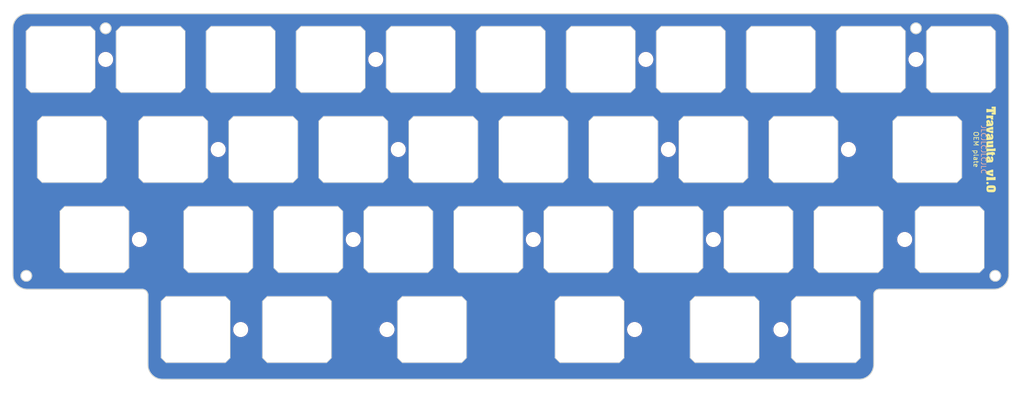
<source format=kicad_pcb>
(kicad_pcb (version 20221018) (generator pcbnew)
  (layers (0 "F.Cu" signal) (31 "B.Cu" signal) (34 "B.Paste" user) (35 "F.Paste" user) (36 "B.SilkS" user "B.Silkscreen") (37 "F.SilkS" user "F.Silkscreen") (38 "B.Mask" user) (39 "F.Mask" user) (44 "Edge.Cuts" user))
  (net 0 "")
  (net 1 "GND")
  (footprint "cipulot_parts:ecs_plate_cut_1U" (layer "F.Cu") (at 215.9 114.3)
    (fp_text reference "REF**")
    (fp_text value "Value " hide)
    (fp_line (start -7.3 -6) (end -7.3 6) (stroke (width 0.12)) (layer "Edge.Cuts"))
    (fp_line (start -7.3 6) (end -6.3 7) (stroke (width 0.12)) (layer "Edge.Cuts"))
    (fp_line (start -6.3 -7) (end -7.3 -6) (stroke (width 0.12)) (layer "Edge.Cuts"))
    (fp_line (start -6.3 7) (end 6.3 7) (stroke (width 0.12)) (layer "Edge.Cuts"))
    (fp_line (start 6.3 -7) (end -6.3 -7) (stroke (width 0.12)) (layer "Edge.Cuts"))
    (fp_line (start 6.3 -7) (end 7.3 -6) (stroke (width 0.12)) (layer "Edge.Cuts"))
    (fp_line (start 6.3 7) (end 7.3 6) (stroke (width 0.12)) (layer "Edge.Cuts"))
    (fp_line (start 7.3 6) (end 7.3 -6) (stroke (width 0.12)) (layer "Edge.Cuts"))
  )
  (footprint "cipulot_parts:HOLE_M2" (layer "F.Cu") (at 115.8875 95.25)
    (fp_text reference "H5" hide)
    (fp_text value "MountingHole" hide)
    (pad "" np_thru_hole circle (at 0 0) (size 2.2 2.2) (drill 2.2) (layers "*.Cu" "*.Mask" "F.SilkS") (clearance 0.5))
  )
  (footprint "cipulot_parts:ecs_plate_cut_1U" (layer "F.Cu") (at 220.6625 95.25)
    (fp_text reference "REF**")
    (fp_text value "Value " hide)
    (fp_line (start -7.3 -6) (end -7.3 6) (stroke (width 0.12)) (layer "Edge.Cuts"))
    (fp_line (start -7.3 6) (end -6.3 7) (stroke (width 0.12)) (layer "Edge.Cuts"))
    (fp_line (start -6.3 -7) (end -7.3 -6) (stroke (width 0.12)) (layer "Edge.Cuts"))
    (fp_line (start -6.3 7) (end 6.3 7) (stroke (width 0.12)) (layer "Edge.Cuts"))
    (fp_line (start 6.3 -7) (end -6.3 -7) (stroke (width 0.12)) (layer "Edge.Cuts"))
    (fp_line (start 6.3 -7) (end 7.3 -6) (stroke (width 0.12)) (layer "Edge.Cuts"))
    (fp_line (start 6.3 7) (end 7.3 6) (stroke (width 0.12)) (layer "Edge.Cuts"))
    (fp_line (start 7.3 6) (end 7.3 -6) (stroke (width 0.12)) (layer "Edge.Cuts"))
  )
  (footprint "cipulot_parts:ecs_plate_cut_1U" (layer "F.Cu") (at 132.555 114.3)
    (fp_text reference "REF**")
    (fp_text value "Value " hide)
    (fp_line (start -7.3 -6) (end -7.3 6) (stroke (width 0.12)) (layer "Edge.Cuts"))
    (fp_line (start -7.3 6) (end -6.3 7) (stroke (width 0.12)) (layer "Edge.Cuts"))
    (fp_line (start -6.3 -7) (end -7.3 -6) (stroke (width 0.12)) (layer "Edge.Cuts"))
    (fp_line (start -6.3 7) (end 6.3 7) (stroke (width 0.12)) (layer "Edge.Cuts"))
    (fp_line (start 6.3 -7) (end -6.3 -7) (stroke (width 0.12)) (layer "Edge.Cuts"))
    (fp_line (start 6.3 -7) (end 7.3 -6) (stroke (width 0.12)) (layer "Edge.Cuts"))
    (fp_line (start 6.3 7) (end 7.3 6) (stroke (width 0.12)) (layer "Edge.Cuts"))
    (fp_line (start 7.3 6) (end 7.3 -6) (stroke (width 0.12)) (layer "Edge.Cuts"))
  )
  (footprint "cipulot_parts:ecs_plate_cut_1U" (layer "F.Cu") (at 173.0375 76.2)
    (fp_text reference "REF**")
    (fp_text value "Value " hide)
    (fp_line (start -7.3 -6) (end -7.3 6) (stroke (width 0.12)) (layer "Edge.Cuts"))
    (fp_line (start -7.3 6) (end -6.3 7) (stroke (width 0.12)) (layer "Edge.Cuts"))
    (fp_line (start -6.3 -7) (end -7.3 -6) (stroke (width 0.12)) (layer "Edge.Cuts"))
    (fp_line (start -6.3 7) (end 6.3 7) (stroke (width 0.12)) (layer "Edge.Cuts"))
    (fp_line (start 6.3 -7) (end -6.3 -7) (stroke (width 0.12)) (layer "Edge.Cuts"))
    (fp_line (start 6.3 -7) (end 7.3 -6) (stroke (width 0.12)) (layer "Edge.Cuts"))
    (fp_line (start 6.3 7) (end 7.3 6) (stroke (width 0.12)) (layer "Edge.Cuts"))
    (fp_line (start 7.3 6) (end 7.3 -6) (stroke (width 0.12)) (layer "Edge.Cuts"))
  )
  (footprint "cipulot_parts:ecs_plate_cut_1U" (layer "F.Cu") (at 103.98 114.3)
    (fp_text reference "REF**")
    (fp_text value "Value " hide)
    (fp_line (start -7.3 -6) (end -7.3 6) (stroke (width 0.12)) (layer "Edge.Cuts"))
    (fp_line (start -7.3 6) (end -6.3 7) (stroke (width 0.12)) (layer "Edge.Cuts"))
    (fp_line (start -6.3 -7) (end -7.3 -6) (stroke (width 0.12)) (layer "Edge.Cuts"))
    (fp_line (start -6.3 7) (end 6.3 7) (stroke (width 0.12)) (layer "Edge.Cuts"))
    (fp_line (start 6.3 -7) (end -6.3 -7) (stroke (width 0.12)) (layer "Edge.Cuts"))
    (fp_line (start 6.3 -7) (end 7.3 -6) (stroke (width 0.12)) (layer "Edge.Cuts"))
    (fp_line (start 6.3 7) (end 7.3 6) (stroke (width 0.12)) (layer "Edge.Cuts"))
    (fp_line (start 7.3 6) (end 7.3 -6) (stroke (width 0.12)) (layer "Edge.Cuts"))
  )
  (footprint "cipulot_parts:ecs_plate_cut_1U" (layer "F.Cu") (at 115.8875 76.2)
    (fp_text reference "REF**")
    (fp_text value "Value " hide)
    (fp_line (start -7.3 -6) (end -7.3 6) (stroke (width 0.12)) (layer "Edge.Cuts"))
    (fp_line (start -7.3 6) (end -6.3 7) (stroke (width 0.12)) (layer "Edge.Cuts"))
    (fp_line (start -6.3 -7) (end -7.3 -6) (stroke (width 0.12)) (layer "Edge.Cuts"))
    (fp_line (start -6.3 7) (end 6.3 7) (stroke (width 0.12)) (layer "Edge.Cuts"))
    (fp_line (start 6.3 -7) (end -6.3 -7) (stroke (width 0.12)) (layer "Edge.Cuts"))
    (fp_line (start 6.3 -7) (end 7.3 -6) (stroke (width 0.12)) (layer "Edge.Cuts"))
    (fp_line (start 6.3 7) (end 7.3 6) (stroke (width 0.12)) (layer "Edge.Cuts"))
    (fp_line (start 7.3 6) (end 7.3 -6) (stroke (width 0.12)) (layer "Edge.Cuts"))
  )
  (footprint "cipulot_parts:ecs_plate_cut_1U" (layer "F.Cu") (at 82.55 114.3)
    (fp_text reference "REF**")
    (fp_text value "Value " hide)
    (fp_line (start -7.3 -6) (end -7.3 6) (stroke (width 0.12)) (layer "Edge.Cuts"))
    (fp_line (start -7.3 6) (end -6.3 7) (stroke (width 0.12)) (layer "Edge.Cuts"))
    (fp_line (start -6.3 -7) (end -7.3 -6) (stroke (width 0.12)) (layer "Edge.Cuts"))
    (fp_line (start -6.3 7) (end 6.3 7) (stroke (width 0.12)) (layer "Edge.Cuts"))
    (fp_line (start 6.3 -7) (end -6.3 -7) (stroke (width 0.12)) (layer "Edge.Cuts"))
    (fp_line (start 6.3 -7) (end 7.3 -6) (stroke (width 0.12)) (layer "Edge.Cuts"))
    (fp_line (start 6.3 7) (end 7.3 6) (stroke (width 0.12)) (layer "Edge.Cuts"))
    (fp_line (start 7.3 6) (end 7.3 -6) (stroke (width 0.12)) (layer "Edge.Cuts"))
  )
  (footprint "cipulot_parts:ecs_plate_cut_1U" (layer "F.Cu") (at 56.358 76.2)
    (fp_text reference "REF**")
    (fp_text value "Value " hide)
    (fp_line (start -7.3 -6) (end -7.3 6) (stroke (width 0.12)) (layer "Edge.Cuts"))
    (fp_line (start -7.3 6) (end -6.3 7) (stroke (width 0.12)) (layer "Edge.Cuts"))
    (fp_line (start -6.3 -7) (end -7.3 -6) (stroke (width 0.12)) (layer "Edge.Cuts"))
    (fp_line (start -6.3 7) (end 6.3 7) (stroke (width 0.12)) (layer "Edge.Cuts"))
    (fp_line (start 6.3 -7) (end -6.3 -7) (stroke (width 0.12)) (layer "Edge.Cuts"))
    (fp_line (start 6.3 -7) (end 7.3 -6) (stroke (width 0.12)) (layer "Edge.Cuts"))
    (fp_line (start 6.3 7) (end 7.3 6) (stroke (width 0.12)) (layer "Edge.Cuts"))
    (fp_line (start 7.3 6) (end 7.3 -6) (stroke (width 0.12)) (layer "Edge.Cuts"))
  )
  (footprint "cipulot_parts:ecs_plate_cut_1U" (layer "F.Cu") (at 77.7875 76.2)
    (fp_text reference "REF**")
    (fp_text value "Value " hide)
    (fp_line (start -7.3 -6) (end -7.3 6) (stroke (width 0.12)) (layer "Edge.Cuts"))
    (fp_line (start -7.3 6) (end -6.3 7) (stroke (width 0.12)) (layer "Edge.Cuts"))
    (fp_line (start -6.3 -7) (end -7.3 -6) (stroke (width 0.12)) (layer "Edge.Cuts"))
    (fp_line (start -6.3 7) (end 6.3 7) (stroke (width 0.12)) (layer "Edge.Cuts"))
    (fp_line (start 6.3 -7) (end -6.3 -7) (stroke (width 0.12)) (layer "Edge.Cuts"))
    (fp_line (start 6.3 -7) (end 7.3 -6) (stroke (width 0.12)) (layer "Edge.Cuts"))
    (fp_line (start 6.3 7) (end 7.3 6) (stroke (width 0.12)) (layer "Edge.Cuts"))
    (fp_line (start 7.3 6) (end 7.3 -6) (stroke (width 0.12)) (layer "Edge.Cuts"))
  )
  (footprint "cipulot_parts:ecs_plate_cut_1U" (layer "F.Cu") (at 237.33 76.2)
    (fp_text reference "REF**")
    (fp_text value "Value " hide)
    (fp_line (start -7.3 -6) (end -7.3 6) (stroke (width 0.12)) (layer "Edge.Cuts"))
    (fp_line (start -7.3 6) (end -6.3 7) (stroke (width 0.12)) (layer "Edge.Cuts"))
    (fp_line (start -6.3 -7) (end -7.3 -6) (stroke (width 0.12)) (layer "Edge.Cuts"))
    (fp_line (start -6.3 7) (end 6.3 7) (stroke (width 0.12)) (layer "Edge.Cuts"))
    (fp_line (start 6.3 -7) (end -6.3 -7) (stroke (width 0.12)) (layer "Edge.Cuts"))
    (fp_line (start 6.3 -7) (end 7.3 -6) (stroke (width 0.12)) (layer "Edge.Cuts"))
    (fp_line (start 6.3 7) (end 7.3 6) (stroke (width 0.12)) (layer "Edge.Cuts"))
    (fp_line (start 7.3 6) (end 7.3 -6) (stroke (width 0.12)) (layer "Edge.Cuts"))
  )
  (footprint "cipulot_parts:ecs_plate_cut_1U" (layer "F.Cu") (at 130.175 57.15)
    (fp_text reference "REF**")
    (fp_text value "Value " hide)
    (fp_line (start -7.3 -6) (end -7.3 6) (stroke (width 0.12)) (layer "Edge.Cuts"))
    (fp_line (start -7.3 6) (end -6.3 7) (stroke (width 0.12)) (layer "Edge.Cuts"))
    (fp_line (start -6.3 -7) (end -7.3 -6) (stroke (width 0.12)) (layer "Edge.Cuts"))
    (fp_line (start -6.3 7) (end 6.3 7) (stroke (width 0.12)) (layer "Edge.Cuts"))
    (fp_line (start 6.3 -7) (end -6.3 -7) (stroke (width 0.12)) (layer "Edge.Cuts"))
    (fp_line (start 6.3 -7) (end 7.3 -6) (stroke (width 0.12)) (layer "Edge.Cuts"))
    (fp_line (start 6.3 7) (end 7.3 6) (stroke (width 0.12)) (layer "Edge.Cuts"))
    (fp_line (start 7.3 6) (end 7.3 -6) (stroke (width 0.12)) (layer "Edge.Cuts"))
  )
  (footprint "cipulot_parts:ecs_plate_cut_1U" (layer "F.Cu") (at 165.892 114.3)
    (fp_text reference "REF**")
    (fp_text value "Value " hide)
    (fp_line (start -7.3 -6) (end -7.3 6) (stroke (width 0.12)) (layer "Edge.Cuts"))
    (fp_line (start -7.3 6) (end -6.3 7) (stroke (width 0.12)) (layer "Edge.Cuts"))
    (fp_line (start -6.3 -7) (end -7.3 -6) (stroke (width 0.12)) (layer "Edge.Cuts"))
    (fp_line (start -6.3 7) (end 6.3 7) (stroke (width 0.12)) (layer "Edge.Cuts"))
    (fp_line (start 6.3 -7) (end -6.3 -7) (stroke (width 0.12)) (layer "Edge.Cuts"))
    (fp_line (start 6.3 -7) (end 7.3 -6) (stroke (width 0.12)) (layer "Edge.Cuts"))
    (fp_line (start 6.3 7) (end 7.3 6) (stroke (width 0.12)) (layer "Edge.Cuts"))
    (fp_line (start 7.3 6) (end 7.3 -6) (stroke (width 0.12)) (layer "Edge.Cuts"))
  )
  (footprint "" (layer "F.Cu") (at 175.41875 114.3)
    (fp_text reference "" (at 0 0) (layer "F.SilkS") (effects (font (size 1.27 1.27))))
    (fp_text value "" (at 0 0) (layer "F.SilkS") (effects (font (size 1.27 1.27))))
    (pad "" np_thru_hole circle (at 0 0) (size 2.2 2.2) (drill 2.2) (layers "*.Cu" "*.Mask" "F.SilkS") (clearance 0.5))
  )
  (footprint "cipulot_parts:ecs_plate_cut_1U" (layer "F.Cu") (at 201.6125 95.25)
    (fp_text reference "REF**")
    (fp_text value "Value " hide)
    (fp_line (start -7.3 -6) (end -7.3 6) (stroke (width 0.12)) (layer "Edge.Cuts"))
    (fp_line (start -7.3 6) (end -6.3 7) (stroke (width 0.12)) (layer "Edge.Cuts"))
    (fp_line (start -6.3 -7) (end -7.3 -6) (stroke (width 0.12)) (layer "Edge.Cuts"))
    (fp_line (start -6.3 7) (end 6.3 7) (stroke (width 0.12)) (layer "Edge.Cuts"))
    (fp_line (start 6.3 -7) (end -6.3 -7) (stroke (width 0.12)) (layer "Edge.Cuts"))
    (fp_line (start 6.3 -7) (end 7.3 -6) (stroke (width 0.12)) (layer "Edge.Cuts"))
    (fp_line (start 6.3 7) (end 7.3 6) (stroke (width 0.12)) (layer "Edge.Cuts"))
    (fp_line (start 7.3 6) (end 7.3 -6) (stroke (width 0.12)) (layer "Edge.Cuts"))
  )
  (footprint "cipulot_parts:ecs_plate_cut_1U" (layer "F.Cu") (at 225.425 57.15)
    (fp_text reference "REF**")
    (fp_text value "Value " hide)
    (fp_line (start -7.3 -6) (end -7.3 6) (stroke (width 0.12)) (layer "Edge.Cuts"))
    (fp_line (start -7.3 6) (end -6.3 7) (stroke (width 0.12)) (layer "Edge.Cuts"))
    (fp_line (start -6.3 -7) (end -7.3 -6) (stroke (width 0.12)) (layer "Edge.Cuts"))
    (fp_line (start -6.3 7) (end 6.3 7) (stroke (width 0.12)) (layer "Edge.Cuts"))
    (fp_line (start 6.3 -7) (end -6.3 -7) (stroke (width 0.12)) (layer "Edge.Cuts"))
    (fp_line (start 6.3 -7) (end 7.3 -6) (stroke (width 0.12)) (layer "Edge.Cuts"))
    (fp_line (start 6.3 7) (end 7.3 6) (stroke (width 0.12)) (layer "Edge.Cuts"))
    (fp_line (start 7.3 6) (end 7.3 -6) (stroke (width 0.12)) (layer "Edge.Cuts"))
  )
  (footprint "cipulot_parts:ecs_plate_cut_1U" (layer "F.Cu") (at 87.3125 95.25)
    (fp_text reference "REF**")
    (fp_text value "Value " hide)
    (fp_line (start -7.3 -6) (end -7.3 6) (stroke (width 0.12)) (layer "Edge.Cuts"))
    (fp_line (start -7.3 6) (end -6.3 7) (stroke (width 0.12)) (layer "Edge.Cuts"))
    (fp_line (start -6.3 -7) (end -7.3 -6) (stroke (width 0.12)) (layer "Edge.Cuts"))
    (fp_line (start -6.3 7) (end 6.3 7) (stroke (width 0.12)) (layer "Edge.Cuts"))
    (fp_line (start 6.3 -7) (end -6.3 -7) (stroke (width 0.12)) (layer "Edge.Cuts"))
    (fp_line (start 6.3 -7) (end 7.3 -6) (stroke (width 0.12)) (layer "Edge.Cuts"))
    (fp_line (start 6.3 7) (end 7.3 6) (stroke (width 0.12)) (layer "Edge.Cuts"))
    (fp_line (start 7.3 6) (end 7.3 -6) (stroke (width 0.12)) (layer "Edge.Cuts"))
  )
  (footprint "" (layer "F.Cu") (at 70.64375 95.25)
    (fp_text reference "" (at 0 0) (layer "F.SilkS") (effects (font (size 1.27 1.27))))
    (fp_text value "" (at 0 0) (layer "F.SilkS") (effects (font (size 1.27 1.27))))
    (pad "" np_thru_hole circle (at 0 0) (size 2.2 2.2) (drill 2.2) (layers "*.Cu" "*.Mask" "F.SilkS") (clearance 0.5))
  )
  (footprint "" (layer "F.Cu") (at 92.075 114.3)
    (fp_text reference "" (at 0 0) (layer "F.SilkS") (effects (font (size 1.27 1.27))))
    (fp_text value "" (at 0 0) (layer "F.SilkS") (effects (font (size 1.27 1.27))))
    (pad "" np_thru_hole circle (at 0 0) (size 2.2 2.2) (drill 2.2) (layers "*.Cu" "*.Mask" "F.SilkS") (clearance 0.5))
  )
  (footprint "" (layer "F.Cu") (at 206.375 114.3)
    (fp_text reference "" (at 0 0) (layer "F.SilkS") (effects (font (size 1.27 1.27))))
    (fp_text value "" (at 0 0) (layer "F.SilkS") (effects (font (size 1.27 1.27))))
    (pad "" np_thru_hole circle (at 0 0) (size 2.2 2.2) (drill 2.2) (layers "*.Cu" "*.Mask" "F.SilkS") (clearance 0.5))
  )
  (footprint "cipulot_parts:ecs_plate_cut_1U" (layer "F.Cu") (at 168.275 57.15)
    (fp_text reference "REF**")
    (fp_text value "Value " hide)
    (fp_line (start -7.3 -6) (end -7.3 6) (stroke (width 0.12)) (layer "Edge.Cuts"))
    (fp_line (start -7.3 6) (end -6.3 7) (stroke (width 0.12)) (layer "Edge.Cuts"))
    (fp_line (start -6.3 -7) (end -7.3 -6) (stroke (width 0.12)) (layer "Edge.Cuts"))
    (fp_line (start -6.3 7) (end 6.3 7) (stroke (width 0.12)) (layer "Edge.Cuts"))
    (fp_line (start 6.3 -7) (end -6.3 -7) (stroke (width 0.12)) (layer "Edge.Cuts"))
    (fp_line (start 6.3 -7) (end 7.3 -6) (stroke (width 0.12)) (layer "Edge.Cuts"))
    (fp_line (start 6.3 7) (end 7.3 6) (stroke (width 0.12)) (layer "Edge.Cuts"))
    (fp_line (start 7.3 6) (end 7.3 -6) (stroke (width 0.12)) (layer "Edge.Cuts"))
  )
  (footprint "cipulot_parts:ecs_plate_cut_1U" (layer "F.Cu") (at 144.4625 95.25)
    (fp_text reference "REF**")
    (fp_text value "Value " hide)
    (fp_line (start -7.3 -6) (end -7.3 6) (stroke (width 0.12)) (layer "Edge.Cuts"))
    (fp_line (start -7.3 6) (end -6.3 7) (stroke (width 0.12)) (layer "Edge.Cuts"))
    (fp_line (start -6.3 -7) (end -7.3 -6) (stroke (width 0.12)) (layer "Edge.Cuts"))
    (fp_line (start -6.3 7) (end 6.3 7) (stroke (width 0.12)) (layer "Edge.Cuts"))
    (fp_line (start 6.3 -7) (end -6.3 -7) (stroke (width 0.12)) (layer "Edge.Cuts"))
    (fp_line (start 6.3 -7) (end 7.3 -6) (stroke (width 0.12)) (layer "Edge.Cuts"))
    (fp_line (start 6.3 7) (end 7.3 6) (stroke (width 0.12)) (layer "Edge.Cuts"))
    (fp_line (start 7.3 6) (end 7.3 -6) (stroke (width 0.12)) (layer "Edge.Cuts"))
  )
  (footprint "cipulot_parts:ecs_plate_cut_1U" (layer "F.Cu") (at 125.4125 95.25)
    (fp_text reference "REF**")
    (fp_text value "Value " hide)
    (fp_line (start -7.3 -6) (end -7.3 6) (stroke (width 0.12)) (layer "Edge.Cuts"))
    (fp_line (start -7.3 6) (end -6.3 7) (stroke (width 0.12)) (layer "Edge.Cuts"))
    (fp_line (start -6.3 -7) (end -7.3 -6) (stroke (width 0.12)) (layer "Edge.Cuts"))
    (fp_line (start -6.3 7) (end 6.3 7) (stroke (width 0.12)) (layer "Edge.Cuts"))
    (fp_line (start 6.3 -7) (end -6.3 -7) (stroke (width 0.12)) (layer "Edge.Cuts"))
    (fp_line (start 6.3 -7) (end 7.3 -6) (stroke (width 0.12)) (layer "Edge.Cuts"))
    (fp_line (start 6.3 7) (end 7.3 6) (stroke (width 0.12)) (layer "Edge.Cuts"))
    (fp_line (start 7.3 6) (end 7.3 -6) (stroke (width 0.12)) (layer "Edge.Cuts"))
  )
  (footprint "cipulot_parts:ecs_plate_cut_1U" (layer "F.Cu") (at 53.975 57.15)
    (fp_text reference "REF**")
    (fp_text value "Value " hide)
    (fp_line (start -7.3 -6) (end -7.3 6) (stroke (width 0.12)) (layer "Edge.Cuts"))
    (fp_line (start -7.3 6) (end -6.3 7) (stroke (width 0.12)) (layer "Edge.Cuts"))
    (fp_line (start -6.3 -7) (end -7.3 -6) (stroke (width 0.12)) (layer "Edge.Cuts"))
    (fp_line (start -6.3 7) (end 6.3 7) (stroke (width 0.12)) (layer "Edge.Cuts"))
    (fp_line (start 6.3 -7) (end -6.3 -7) (stroke (width 0.12)) (layer "Edge.Cuts"))
    (fp_line (start 6.3 -7) (end 7.3 -6) (stroke (width 0.12)) (layer "Edge.Cuts"))
    (fp_line (start 6.3 7) (end 7.3 6) (stroke (width 0.12)) (layer "Edge.Cuts"))
    (fp_line (start 7.3 6) (end 7.3 -6) (stroke (width 0.12)) (layer "Edge.Cuts"))
  )
  (footprint "cipulot_parts:ecs_plate_cut_1U" (layer "F.Cu") (at 211.1375 76.2)
    (fp_text reference "REF**")
    (fp_text value "Value " hide)
    (fp_line (start -7.3 -6) (end -7.3 6) (stroke (width 0.12)) (layer "Edge.Cuts"))
    (fp_line (start -7.3 6) (end -6.3 7) (stroke (width 0.12)) (layer "Edge.Cuts"))
    (fp_line (start -6.3 -7) (end -7.3 -6) (stroke (width 0.12)) (layer "Edge.Cuts"))
    (fp_line (start -6.3 7) (end 6.3 7) (stroke (width 0.12)) (layer "Edge.Cuts"))
    (fp_line (start 6.3 -7) (end -6.3 -7) (stroke (width 0.12)) (layer "Edge.Cuts"))
    (fp_line (start 6.3 -7) (end 7.3 -6) (stroke (width 0.12)) (layer "Edge.Cuts"))
    (fp_line (start 6.3 7) (end 7.3 6) (stroke (width 0.12)) (layer "Edge.Cuts"))
    (fp_line (start 7.3 6) (end 7.3 -6) (stroke (width 0.12)) (layer "Edge.Cuts"))
  )
  (footprint "cipulot_parts:ecs_plate_cut_1U" (layer "F.Cu") (at 96.8375 76.2)
    (fp_text reference "REF**")
    (fp_text value "Value " hide)
    (fp_line (start -7.3 -6) (end -7.3 6) (stroke (width 0.12)) (layer "Edge.Cuts"))
    (fp_line (start -7.3 6) (end -6.3 7) (stroke (width 0.12)) (layer "Edge.Cuts"))
    (fp_line (start -6.3 -7) (end -7.3 -6) (stroke (width 0.12)) (layer "Edge.Cuts"))
    (fp_line (start -6.3 7) (end 6.3 7) (stroke (width 0.12)) (layer "Edge.Cuts"))
    (fp_line (start 6.3 -7) (end -6.3 -7) (stroke (width 0.12)) (layer "Edge.Cuts"))
    (fp_line (start 6.3 -7) (end 7.3 -6) (stroke (width 0.12)) (layer "Edge.Cuts"))
    (fp_line (start 6.3 7) (end 7.3 6) (stroke (width 0.12)) (layer "Edge.Cuts"))
    (fp_line (start 7.3 6) (end 7.3 -6) (stroke (width 0.12)) (layer "Edge.Cuts"))
  )
  (footprint "cipulot_parts:ecs_plate_cut_1U" (layer "F.Cu") (at 163.5125 95.25)
    (fp_text reference "REF**")
    (fp_text value "Value " hide)
    (fp_line (start -7.3 -6) (end -7.3 6) (stroke (width 0.12)) (layer "Edge.Cuts"))
    (fp_line (start -7.3 6) (end -6.3 7) (stroke (width 0.12)) (layer "Edge.Cuts"))
    (fp_line (start -6.3 -7) (end -7.3 -6) (stroke (width 0.12)) (layer "Edge.Cuts"))
    (fp_line (start -6.3 7) (end 6.3 7) (stroke (width 0.12)) (layer "Edge.Cuts"))
    (fp_line (start 6.3 -7) (end -6.3 -7) (stroke (width 0.12)) (layer "Edge.Cuts"))
    (fp_line (start 6.3 -7) (end 7.3 -6) (stroke (width 0.12)) (layer "Edge.Cuts"))
    (fp_line (start 6.3 7) (end 7.3 6) (stroke (width 0.12)) (layer "Edge.Cuts"))
    (fp_line (start 7.3 6) (end 7.3 -6) (stroke (width 0.12)) (layer "Edge.Cuts"))
  )
  (footprint "cipulot_parts:ecs_plate_cut_1U" (layer "F.Cu") (at 192.0875 76.2)
    (fp_text reference "REF**")
    (fp_text value "Value " hide)
    (fp_line (start -7.3 -6) (end -7.3 6) (stroke (width 0.12)) (layer "Edge.Cuts"))
    (fp_line (start -7.3 6) (end -6.3 7) (stroke (width 0.12)) (layer "Edge.Cuts"))
    (fp_line (start -6.3 -7) (end -7.3 -6) (stroke (width 0.12)) (layer "Edge.Cuts"))
    (fp_line (start -6.3 7) (end 6.3 7) (stroke (width 0.12)) (layer "Edge.Cuts"))
    (fp_line (start 6.3 -7) (end -6.3 -7) (stroke (width 0.12)) (layer "Edge.Cuts"))
    (fp_line (start 6.3 -7) (end 7.3 -6) (stroke (width 0.12)) (layer "Edge.Cuts"))
    (fp_line (start 6.3 7) (end 7.3 6) (stroke (width 0.12)) (layer "Edge.Cuts"))
    (fp_line (start 7.3 6) (end 7.3 -6) (stroke (width 0.12)) (layer "Edge.Cuts"))
  )
  (footprint "" (layer "F.Cu") (at 177.8 57.15)
    (fp_text reference "" (at 0 0) (layer "F.SilkS") (effects (font (size 1.27 1.27))))
    (fp_text value "" (at 0 0) (layer "F.SilkS") (effects (font (size 1.27 1.27))))
    (pad "" np_thru_hole circle (at 0 0) (size 2.2 2.2) (drill 2.2) (layers "*.Cu" "*.Mask" "F.SilkS") (clearance 0.5))
  )
  (footprint "cipulot_parts:ecs_plate_cut_1U" (layer "F.Cu") (at 111.125 57.15)
    (fp_text reference "REF**")
    (fp_text value "Value " hide)
    (fp_line (start -7.3 -6) (end -7.3 6) (stroke (width 0.12)) (layer "Edge.Cuts"))
    (fp_line (start -7.3 6) (end -6.3 7) (stroke (width 0.12)) (layer "Edge.Cuts"))
    (fp_line (start -6.3 -7) (end -7.3 -6) (stroke (width 0.12)) (layer "Edge.Cuts"))
    (fp_line (start -6.3 7) (end 6.3 7) (stroke (width 0.12)) (layer "Edge.Cuts"))
    (fp_line (start 6.3 -7) (end -6.3 -7) (stroke (width 0.12)) (layer "Edge.Cuts"))
    (fp_line (start 6.3 -7) (end 7.3 -6) (stroke (width 0.12)) (layer "Edge.Cuts"))
    (fp_line (start 6.3 7) (end 7.3 6) (stroke (width 0.12)) (layer "Edge.Cuts"))
    (fp_line (start 7.3 6) (end 7.3 -6) (stroke (width 0.12)) (layer "Edge.Cuts"))
  )
  (footprint "" (layer "F.Cu") (at 123.03125 114.3)
    (fp_text reference "" (at 0 0) (layer "F.SilkS") (effects (font (size 1.27 1.27))))
    (fp_text value "" (at 0 0) (layer "F.SilkS") (effects (font (size 1.27 1.27))))
    (pad "" np_thru_hole circle (at 0 0) (size 2.2 2.2) (drill 2.2) (layers "*.Cu" "*.Mask" "F.SilkS") (clearance 0.5))
  )
  (footprint "cipulot_parts:ecs_plate_cut_1U" (layer "F.Cu") (at 182.5625 95.25)
    (fp_text reference "REF**")
    (fp_text value "Value " hide)
    (fp_line (start -7.3 -6) (end -7.3 6) (stroke (width 0.12)) (layer "Edge.Cuts"))
    (fp_line (start -7.3 6) (end -6.3 7) (stroke (width 0.12)) (layer "Edge.Cuts"))
    (fp_line (start -6.3 -7) (end -7.3 -6) (stroke (width 0.12)) (layer "Edge.Cuts"))
    (fp_line (start -6.3 7) (end 6.3 7) (stroke (width 0.12)) (layer "Edge.Cuts"))
    (fp_line (start 6.3 -7) (end -6.3 -7) (stroke (width 0.12)) (layer "Edge.Cuts"))
    (fp_line (start 6.3 -7) (end 7.3 -6) (stroke (width 0.12)) (layer "Edge.Cuts"))
    (fp_line (start 6.3 7) (end 7.3 6) (stroke (width 0.12)) (layer "Edge.Cuts"))
    (fp_line (start 7.3 6) (end 7.3 -6) (stroke (width 0.12)) (layer "Edge.Cuts"))
  )
  (footprint "cipulot_parts:ecs_plate_cut_1U" (layer "F.Cu") (at 187.325 57.15)
    (fp_text reference "REF**")
    (fp_text value "Value " hide)
    (fp_line (start -7.3 -6) (end -7.3 6) (stroke (width 0.12)) (layer "Edge.Cuts"))
    (fp_line (start -7.3 6) (end -6.3 7) (stroke (width 0.12)) (layer "Edge.Cuts"))
    (fp_line (start -6.3 -7) (end -7.3 -6) (stroke (width 0.12)) (layer "Edge.Cuts"))
    (fp_line (start -6.3 7) (end 6.3 7) (stroke (width 0.12)) (layer "Edge.Cuts"))
    (fp_line (start 6.3 -7) (end -6.3 -7) (stroke (width 0.12)) (layer "Edge.Cuts"))
    (fp_line (start 6.3 -7) (end 7.3 -6) (stroke (width 0.12)) (layer "Edge.Cuts"))
    (fp_line (start 6.3 7) (end 7.3 6) (stroke (width 0.12)) (layer "Edge.Cuts"))
    (fp_line (start 7.3 6) (end 7.3 -6) (stroke (width 0.12)) (layer "Edge.Cuts"))
  )
  (footprint "" (layer "F.Cu") (at 192.0875 95.25)
    (fp_text reference "" (at 0 0) (layer "F.SilkS") (effects (font (size 1.27 1.27))))
    (fp_text value "" (at 0 0) (layer "F.SilkS") (effects (font (size 1.27 1.27))))
    (pad "" np_thru_hole circle (at 0 0) (size 2.2 2.2) (drill 2.2) (layers "*.Cu" "*.Mask" "F.SilkS") (clearance 0.5))
  )
  (footprint "" (layer "F.Cu") (at 120.65 57.15)
    (fp_text reference "" (at 0 0) (layer "F.SilkS") (effects (font (size 1.27 1.27))))
    (fp_text value "" (at 0 0) (layer "F.SilkS") (effects (font (size 1.27 1.27))))
    (pad "" np_thru_hole circle (at 0 0) (size 2.2 2.2) (drill 2.2) (layers "*.Cu" "*.Mask" "F.SilkS") (clearance 0.5))
  )
  (footprint "LOGO" (layer "F.Cu") (at 250.825 76.2 -90)
    (fp_text reference "G***" hide)
    (fp_text value "LOGO" hide)
  )
  (footprint "" (layer "F.Cu") (at 220.6625 76.2)
    (fp_text reference "" (at 0 0) (layer "F.SilkS") (effects (font (size 1.27 1.27))))
    (fp_text value "" (at 0 0) (layer "F.SilkS") (effects (font (size 1.27 1.27))))
    (pad "" np_thru_hole circle (at 0 0) (size 2.2 2.2) (drill 2.2) (layers "*.Cu" "*.Mask" "F.SilkS") (clearance 0.5))
  )
  (footprint "" (layer "F.Cu") (at 63.5 57.15)
    (fp_text reference "" (at 0 0) (layer "F.SilkS") (effects (font (size 1.27 1.27))))
    (fp_text value "" (at 0 0) (layer "F.SilkS") (effects (font (size 1.27 1.27))))
    (pad "" np_thru_hole circle (at 0 0) (size 2.2 2.2) (drill 2.2) (layers "*.Cu" "*.Mask" "F.SilkS") (clearance 0.5))
  )
  (footprint "cipulot_parts:ecs_plate_cut_1U" (layer "F.Cu") (at 194.47 114.3)
    (fp_text reference "REF**")
    (fp_text value "Value " hide)
    (fp_line (start -7.3 -6) (end -7.3 6) (stroke (width 0.12)) (layer "Edge.Cuts"))
    (fp_line (start -7.3 6) (end -6.3 7) (stroke (width 0.12)) (layer "Edge.Cuts"))
    (fp_line (start -6.3 -7) (end -7.3 -6) (stroke (width 0.12)) (layer "Edge.Cuts"))
    (fp_line (start -6.3 7) (end 6.3 7) (stroke (width 0.12)) (layer "Edge.Cuts"))
    (fp_line (start 6.3 -7) (end -6.3 -7) (stroke (width 0.12)) (layer "Edge.Cuts"))
    (fp_line (start 6.3 -7) (end 7.3 -6) (stroke (width 0.12)) (layer "Edge.Cuts"))
    (fp_line (start 6.3 7) (end 7.3 6) (stroke (width 0.12)) (layer "Edge.Cuts"))
    (fp_line (start 7.3 6) (end 7.3 -6) (stroke (width 0.12)) (layer "Edge.Cuts"))
  )
  (footprint "cipulot_parts:ecs_plate_cut_1U" (layer "F.Cu") (at 244.475 57.15)
    (fp_text reference "REF**")
    (fp_text value "Value " hide)
    (fp_line (start -7.3 -6) (end -7.3 6) (stroke (width 0.12)) (layer "Edge.Cuts"))
    (fp_line (start -7.3 6) (end -6.3 7) (stroke (width 0.12)) (layer "Edge.Cuts"))
    (fp_line (start -6.3 -7) (end -7.3 -6) (stroke (width 0.12)) (layer "Edge.Cuts"))
    (fp_line (start -6.3 7) (end 6.3 7) (stroke (width 0.12)) (layer "Edge.Cuts"))
    (fp_line (start 6.3 -7) (end -6.3 -7) (stroke (width 0.12)) (layer "Edge.Cuts"))
    (fp_line (start 6.3 -7) (end 7.3 -6) (stroke (width 0.12)) (layer "Edge.Cuts"))
    (fp_line (start 6.3 7) (end 7.3 6) (stroke (width 0.12)) (layer "Edge.Cuts"))
    (fp_line (start 7.3 6) (end 7.3 -6) (stroke (width 0.12)) (layer "Edge.Cuts"))
  )
  (footprint "cipulot_parts:ecs_plate_cut_1U" (layer "F.Cu") (at 149.225 57.15)
    (fp_text reference "REF**")
    (fp_text value "Value " hide)
    (fp_line (start -7.3 -6) (end -7.3 6) (stroke (width 0.12)) (layer "Edge.Cuts"))
    (fp_line (start -7.3 6) (end -6.3 7) (stroke (width 0.12)) (layer "Edge.Cuts"))
    (fp_line (start -6.3 -7) (end -7.3 -6) (stroke (width 0.12)) (layer "Edge.Cuts"))
    (fp_line (start -6.3 7) (end 6.3 7) (stroke (width 0.12)) (layer "Edge.Cuts"))
    (fp_line (start 6.3 -7) (end -6.3 -7) (stroke (width 0.12)) (layer "Edge.Cuts"))
    (fp_line (start 6.3 -7) (end 7.3 -6) (stroke (width 0.12)) (layer "Edge.Cuts"))
    (fp_line (start 6.3 7) (end 7.3 6) (stroke (width 0.12)) (layer "Edge.Cuts"))
    (fp_line (start 7.3 6) (end 7.3 -6) (stroke (width 0.12)) (layer "Edge.Cuts"))
  )
  (footprint "cipulot_parts:ecs_plate_cut_1U" (layer "F.Cu") (at 61.12 95.25)
    (fp_text reference "REF**")
    (fp_text value "Value " hide)
    (fp_line (start -7.3 -6) (end -7.3 6) (stroke (width 0.12)) (layer "Edge.Cuts"))
    (fp_line (start -7.3 6) (end -6.3 7) (stroke (width 0.12)) (layer "Edge.Cuts"))
    (fp_line (start -6.3 -7) (end -7.3 -6) (stroke (width 0.12)) (layer "Edge.Cuts"))
    (fp_line (start -6.3 7) (end 6.3 7) (stroke (width 0.12)) (layer "Edge.Cuts"))
    (fp_line (start 6.3 -7) (end -6.3 -7) (stroke (width 0.12)) (layer "Edge.Cuts"))
    (fp_line (start 6.3 -7) (end 7.3 -6) (stroke (width 0.12)) (layer "Edge.Cuts"))
    (fp_line (start 6.3 7) (end 7.3 6) (stroke (width 0.12)) (layer "Edge.Cuts"))
    (fp_line (start 7.3 6) (end 7.3 -6) (stroke (width 0.12)) (layer "Edge.Cuts"))
  )
  (footprint "" (layer "F.Cu") (at 153.9875 95.25)
    (fp_text reference "" (at 0 0) (layer "F.SilkS") (effects (font (size 1.27 1.27))))
    (fp_text value "" (at 0 0) (layer "F.SilkS") (effects (font (size 1.27 1.27))))
    (pad "" np_thru_hole circle (at 0 0) (size 2.2 2.2) (drill 2.2) (layers "*.Cu" "*.Mask" "F.SilkS") (clearance 0.5))
  )
  (footprint "" (layer "F.Cu") (at 87.3125 76.2)
    (fp_text reference "" (at 0 0) (layer "Edge.Cuts") (effects (font (size 1.27 1.27))))
    (fp_text value "" (at 0 0) (layer "Edge.Cuts") (effects (font (size 1.27 1.27))))
    (pad "" np_thru_hole circle (at 0 0) (size 2.2 2.2) (drill 2.2) (layers "*.Cu" "*.Mask" "F.SilkS") (clearance 0.5))
  )
  (footprint "cipulot_parts:ecs_plate_cut_1U" (layer "F.Cu") (at 92.075 57.15)
    (fp_text reference "REF**")
    (fp_text value "Value " hide)
    (fp_line (start -7.3 -6) (end -7.3 6) (stroke (width 0.12)) (layer "Edge.Cuts"))
    (fp_line (start -7.3 6) (end -6.3 7) (stroke (width 0.12)) (layer "Edge.Cuts"))
    (fp_line (start -6.3 -7) (end -7.3 -6) (stroke (width 0.12)) (layer "Edge.Cuts"))
    (fp_line (start -6.3 7) (end 6.3 7) (stroke (width 0.12)) (layer "Edge.Cuts"))
    (fp_line (start 6.3 -7) (end -6.3 -7) (stroke (width 0.12)) (layer "Edge.Cuts"))
    (fp_line (start 6.3 -7) (end 7.3 -6) (stroke (width 0.12)) (layer "Edge.Cuts"))
    (fp_line (start 6.3 7) (end 7.3 6) (stroke (width 0.12)) (layer "Edge.Cuts"))
    (fp_line (start 7.3 6) (end 7.3 -6) (stroke (width 0.12)) (layer "Edge.Cuts"))
  )
  (footprint "cipulot_parts:ecs_plate_cut_1U" (layer "F.Cu") (at 73.025 57.15)
    (fp_text reference "REF**")
    (fp_text value "Value " hide)
    (fp_line (start -7.3 -6) (end -7.3 6) (stroke (width 0.12)) (layer "Edge.Cuts"))
    (fp_line (start -7.3 6) (end -6.3 7) (stroke (width 0.12)) (layer "Edge.Cuts"))
    (fp_line (start -6.3 -7) (end -7.3 -6) (stroke (width 0.12)) (layer "Edge.Cuts"))
    (fp_line (start -6.3 7) (end 6.3 7) (stroke (width 0.12)) (layer "Edge.Cuts"))
    (fp_line (start 6.3 -7) (end -6.3 -7) (stroke (width 0.12)) (layer "Edge.Cuts"))
    (fp_line (start 6.3 -7) (end 7.3 -6) (stroke (width 0.12)) (layer "Edge.Cuts"))
    (fp_line (start 6.3 7) (end 7.3 6) (stroke (width 0.12)) (layer "Edge.Cuts"))
    (fp_line (start 7.3 6) (end 7.3 -6) (stroke (width 0.12)) (layer "Edge.Cuts"))
  )
  (footprint "cipulot_parts:ecs_plate_cut_1U" (layer "F.Cu") (at 134.9375 76.2)
    (fp_text reference "REF**")
    (fp_text value "Value " hide)
    (fp_line (start -7.3 -6) (end -7.3 6) (stroke (width 0.12)) (layer "Edge.Cuts"))
    (fp_line (start -7.3 6) (end -6.3 7) (stroke (width 0.12)) (layer "Edge.Cuts"))
    (fp_line (start -6.3 -7) (end -7.3 -6) (stroke (width 0.12)) (layer "Edge.Cuts"))
    (fp_line (start -6.3 7) (end 6.3 7) (stroke (width 0.12)) (layer "Edge.Cuts"))
    (fp_line (start 6.3 -7) (end -6.3 -7) (stroke (width 0.12)) (layer "Edge.Cuts"))
    (fp_line (start 6.3 -7) (end 7.3 -6) (stroke (width 0.12)) (layer "Edge.Cuts"))
    (fp_line (start 6.3 7) (end 7.3 6) (stroke (width 0.12)) (layer "Edge.Cuts"))
    (fp_line (start 7.3 6) (end 7.3 -6) (stroke (width 0.12)) (layer "Edge.Cuts"))
  )
  (footprint "" (layer "F.Cu") (at 232.56875 95.25)
    (fp_text reference "" (at 0 0) (layer "F.SilkS") (effects (font (size 1.27 1.27))))
    (fp_text value "" (at 0 0) (layer "F.SilkS") (effects (font (size 1.27 1.27))))
    (pad "" np_thru_hole circle (at 0 0) (size 2.2 2.2) (drill 2.2) (layers "*.Cu" "*.Mask" "F.SilkS") (clearance 0.5))
  )
  (footprint "cipulot_parts:ecs_plate_cut_1U" (layer "F.Cu") (at 242.095 95.25)
    (fp_text reference "REF**")
    (fp_text value "Value " hide)
    (fp_line (start -7.3 -6) (end -7.3 6) (stroke (width 0.12)) (layer "Edge.Cuts"))
    (fp_line (start -7.3 6) (end -6.3 7) (stroke (width 0.12)) (layer "Edge.Cuts"))
    (fp_line (start -6.3 -7) (end -7.3 -6) (stroke (width 0.12)) (layer "Edge.Cuts"))
    (fp_line (start -6.3 7) (end 6.3 7) (stroke (width 0.12)) (layer "Edge.Cuts"))
    (fp_line (start 6.3 -7) (end -6.3 -7) (stroke (width 0.12)) (layer "Edge.Cuts"))
    (fp_line (start 6.3 -7) (end 7.3 -6) (stroke (width 0.12)) (layer "Edge.Cuts"))
    (fp_line (start 6.3 7) (end 7.3 6) (stroke (width 0.12)) (layer "Edge.Cuts"))
    (fp_line (start 7.3 6) (end 7.3 -6) (stroke (width 0.12)) (layer "Edge.Cuts"))
  )
  (footprint "" (layer "F.Cu") (at 234.95 57.15)
    (fp_text reference "" (at 0 0) (layer "F.SilkS") (effects (font (size 1.27 1.27))))
    (fp_text value "" (at 0 0) (layer "F.SilkS") (effects (font (size 1.27 1.27))))
    (pad "" np_thru_hole circle (at 0 0) (size 2.2 2.2) (drill 2.2) (layers "*.Cu" "*.Mask" "F.SilkS") (clearance 0.5))
  )
  (footprint "cipulot_parts:ecs_plate_cut_1U" (layer "F.Cu") (at 106.3625 95.25)
    (fp_text reference "REF**")
    (fp_text value "Value " hide)
    (fp_line (start -7.3 -6) (end -7.3 6) (stroke (width 0.12)) (layer "Edge.Cuts"))
    (fp_line (start -7.3 6) (end -6.3 7) (stroke (width 0.12)) (layer "Edge.Cuts"))
    (fp_line (start -6.3 -7) (end -7.3 -6) (stroke (width 0.12)) (layer "Edge.Cuts"))
    (fp_line (start -6.3 7) (end 6.3 7) (stroke (width 0.12)) (layer "Edge.Cuts"))
    (fp_line (start 6.3 -7) (end -6.3 -7) (stroke (width 0.12)) (layer "Edge.Cuts"))
    (fp_line (start 6.3 -7) (end 7.3 -6) (stroke (width 0.12)) (layer "Edge.Cuts"))
    (fp_line (start 6.3 7) (end 7.3 6) (stroke (width 0.12)) (layer "Edge.Cuts"))
    (fp_line (start 7.3 6) (end 7.3 -6) (stroke (width 0.12)) (layer "Edge.Cuts"))
  )
  (footprint "cipulot_parts:ecs_plate_cut_1U" (layer "F.Cu") (at 206.375 57.15)
    (fp_text reference "REF**")
    (fp_text value "Value " hide)
    (fp_line (start -7.3 -6) (end -7.3 6) (stroke (width 0.12)) (layer "Edge.Cuts"))
    (fp_line (start -7.3 6) (end -6.3 7) (stroke (width 0.12)) (layer "Edge.Cuts"))
    (fp_line (start -6.3 -7) (end -7.3 -6) (stroke (width 0.12)) (layer "Edge.Cuts"))
    (fp_line (start -6.3 7) (end 6.3 7) (stroke (width 0.12)) (layer "Edge.Cuts"))
    (fp_line (start 6.3 -7) (end -6.3 -7) (stroke (width 0.12)) (layer "Edge.Cuts"))
    (fp_line (start 6.3 -7) (end 7.3 -6) (stroke (width 0.12)) (layer "Edge.Cuts"))
    (fp_line (start 6.3 7) (end 7.3 6) (stroke (width 0.12)) (layer "Edge.Cuts"))
    (fp_line (start 7.3 6) (end 7.3 -6) (stroke (width 0.12)) (layer "Edge.Cuts"))
  )
  (footprint "cipulot_parts:ecs_plate_cut_1U" (layer "F.Cu") (at 153.9875 76.2)
    (fp_text reference "REF**")
    (fp_text value "Value " hide)
    (fp_line (start -7.3 -6) (end -7.3 6) (stroke (width 0.12)) (layer "Edge.Cuts"))
    (fp_line (start -7.3 6) (end -6.3 7) (stroke (width 0.12)) (layer "Edge.Cuts"))
    (fp_line (start -6.3 -7) (end -7.3 -6) (stroke (width 0.12)) (layer "Edge.Cuts"))
    (fp_line (start -6.3 7) (end 6.3 7) (stroke (width 0.12)) (layer "Edge.Cuts"))
    (fp_line (start 6.3 -7) (end -6.3 -7) (stroke (width 0.12)) (layer "Edge.Cuts"))
    (fp_line (start 6.3 -7) (end 7.3 -6) (stroke (width 0.12)) (layer "Edge.Cuts"))
    (fp_line (start 6.3 7) (end 7.3 6) (stroke (width 0.12)) (layer "Edge.Cuts"))
    (fp_line (start 7.3 6) (end 7.3 -6) (stroke (width 0.12)) (layer "Edge.Cuts"))
  )
  (footprint "" (layer "F.Cu") (at 182.5625 76.2)
    (fp_text reference "" (at 0 0) (layer "F.SilkS") (effects (font (size 1.27 1.27))))
    (fp_text value "" (at 0 0) (layer "F.SilkS") (effects (font (size 1.27 1.27))))
    (pad "" np_thru_hole circle (at 0 0) (size 2.2 2.2) (drill 2.2) (layers "*.Cu" "*.Mask" "F.SilkS") (clearance 0.5))
  )
  (footprint "" (layer "F.Cu") (at 125.4125 76.2)
    (fp_text reference "" (at 0 0) (layer "F.SilkS") (effects (font (size 1.27 1.27))))
    (fp_text value "" (at 0 0) (layer "F.SilkS") (effects (font (size 1.27 1.27))))
    (pad "" np_thru_hole circle (at 0 0) (size 2.2 2.2) (drill 2.2) (layers "*.Cu" "*.Mask" "F.SilkS") (clearance 0.5))
  )
  (gr_line (start 72.45 121.724999) (end 72.45 106.974999) (stroke (width 0.2)) (layer "Edge.Cuts"))
  (gr_circle (center 251.734375 102.933999) (end 252.884375 102.933999) (stroke (width 0.2)) (fill none) (layer "Edge.Cuts"))
  (gr_line (start 61.087 50.927) (end 61.087 50.927) (stroke (width 0.05)) (layer "Edge.Cuts"))
  (gr_circle (center 46.716 102.933999) (end 47.866 102.933999) (stroke (width 0.2)) (fill none) (layer "Edge.Cuts"))
  (gr_arc (start 254.575 102.674999) (mid 253.667031 104.86703) (end 251.475 105.774999) (stroke (width 0.2)) (layer "Edge.Cuts"))
  (gr_arc (start 71.25 105.774999) (mid 72.098528 106.126471) (end 72.45 106.974999) (stroke (width 0.2)) (layer "Edge.Cuts"))
  (gr_line (start 46.975 47.474999) (end 251.475 47.474999) (stroke (width 0.2)) (layer "Edge.Cuts"))
  (gr_line (start 226 106.974999) (end 226 121.724999) (stroke (width 0.2)) (layer "Edge.Cuts"))
  (gr_line (start 222.9 124.824999) (end 75.55 124.824999) (stroke (width 0.2)) (layer "Edge.Cuts"))
  (gr_circle (center 63.5 50.574999) (end 64.65 50.574999) (stroke (width 0.2)) (fill none) (layer "Edge.Cuts"))
  (gr_circle (center 234.95 50.574999) (end 236.1 50.574999) (stroke (width 0.2)) (fill none) (layer "Edge.Cuts"))
  (gr_arc (start 46.975 105.774999) (mid 44.782969 104.86703) (end 43.875 102.674999) (stroke (width 0.2)) (layer "Edge.Cuts"))
  (gr_arc (start 251.475 47.474999) (mid 253.667031 48.382968) (end 254.575 50.574999) (stroke (width 0.2)) (layer "Edge.Cuts"))
  (gr_arc (start 226 106.974999) (mid 226.351472 106.126471) (end 227.2 105.774999) (stroke (width 0.2)) (layer "Edge.Cuts"))
  (gr_arc (start 226 121.724999) (mid 225.092031 123.91703) (end 222.9 124.824999) (stroke (width 0.2)) (layer "Edge.Cuts"))
  (gr_line (start 254.575 50.574999) (end 254.575 102.674999) (stroke (width 0.2)) (layer "Edge.Cuts"))
  (gr_arc (start 43.875 50.574999) (mid 44.782969 48.382968) (end 46.975 47.474999) (stroke (width 0.2)) (layer "Edge.Cuts"))
  (gr_line (start 71.25 105.774999) (end 46.975 105.774999) (stroke (width 0.2)) (layer "Edge.Cuts"))
  (gr_line (start 251.475 105.774999) (end 227.2 105.774999) (stroke (width 0.2)) (layer "Edge.Cuts"))
  (gr_arc (start 75.55 124.824999) (mid 73.357969 123.91703) (end 72.45 121.724999) (stroke (width 0.2)) (layer "Edge.Cuts"))
  (gr_line (start 43.875 102.674999) (end 43.875 50.574999) (stroke (width 0.2)) (layer "Edge.Cuts"))
  (gr_text "JLCJLCJLCJLC" (at 249.2375 76.2 -90) (layer "B.SilkS") (effects (font (size 1 1))))
  (gr_text "OEM plate" (at 247.65 76.2 270) (layer "F.SilkS") (effects (font (size 1 1))))
  (zone (net 1) (net_name "GND") (layers "F&B.Cu") (connect_pads (clearance 0)) (min_thickness 0.254) (fill yes (thermal_gap 0.508) (thermal_bridge_width 0.508) (island_removal_mode 1) (island_area_min 0))
    (polygon (pts (xy 257.81 44.704) (xy 257.81 132.191504) (xy 41.148 131.937504) (xy 41.148 44.577)))
  )
)
</source>
